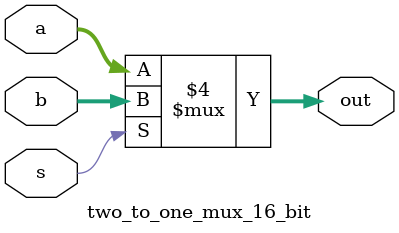
<source format=v>

module two_to_one_mux_16_bit #(
parameter BITS = 16
)(a, b, s, out);
	input [(BITS-1):0] a, b;
	input s;
	output [(BITS-1):0] out;
	reg [(BITS-1):0] out;
	
	always@(a or b or s)
	begin
		if (s == 1'b0)
			out = a;
		else
			out = b;
	end

endmodule
</source>
